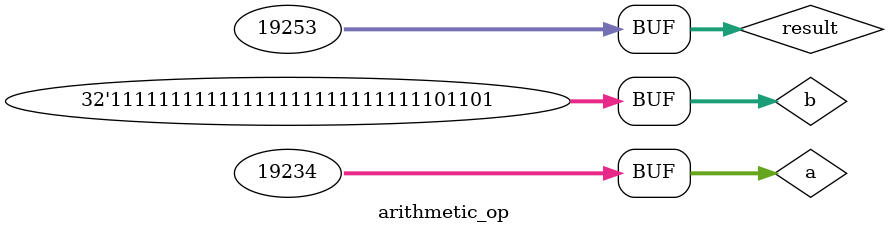
<source format=v>
module arithmetic_op();

integer a=2;
integer b=3;
integer result;

initial begin
    $monitor("MON a = %0d, b = %0d, result = %0d", a, b, result);
end

initial begin
    result = a*b;
    #1;
    result = b**a;
    #1; a=177; b=12;
    result = b*a;

    #1; a=199; b=19;
    result = a/b;
   
   
    #1;
     result = a%b;


    #1; a=199; b=-19;
    result = a%b;

    #1; a=4199; b=-2319;
    result = a+b;

    #1; a=19234; b=-19;
    result = a-b;


end
    
endmodule
</source>
